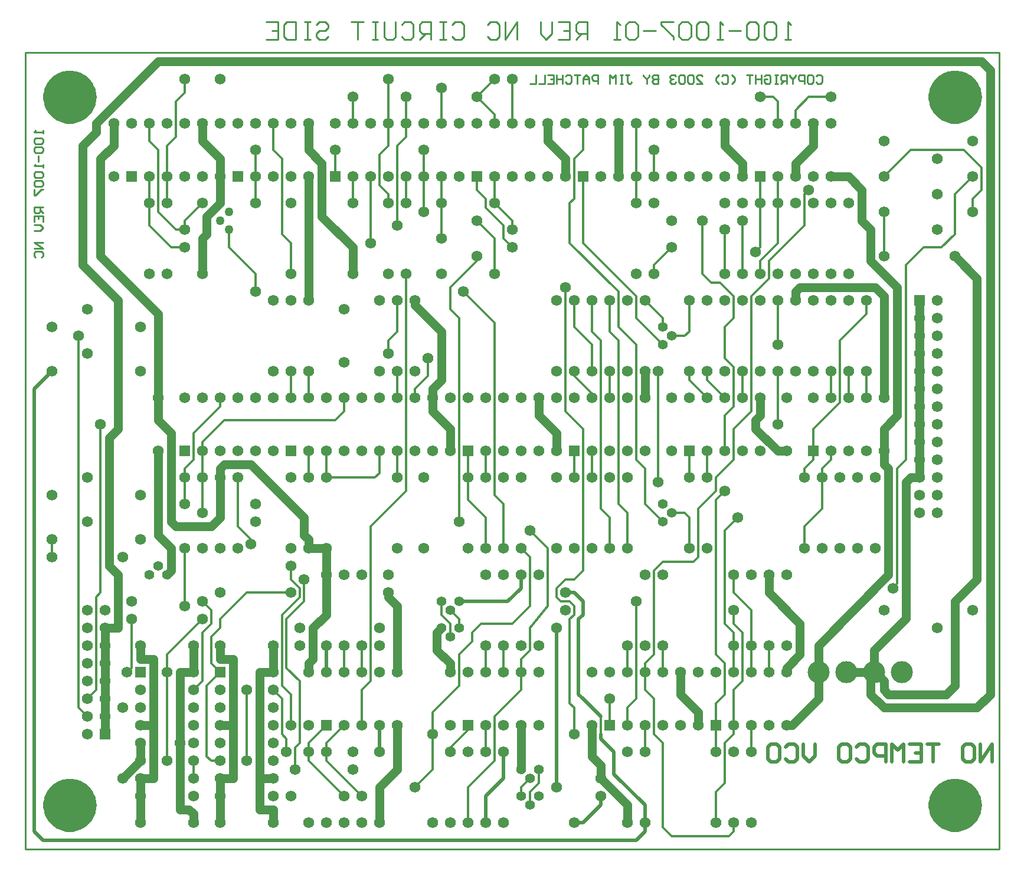
<source format=gbl>
*%FSLAX23Y23*%
*%MOIN*%
G01*
%ADD11C,0.006*%
%ADD12C,0.007*%
%ADD13C,0.008*%
%ADD14C,0.010*%
%ADD15C,0.012*%
%ADD16C,0.020*%
%ADD17C,0.032*%
%ADD18C,0.036*%
%ADD19C,0.050*%
%ADD20C,0.050*%
%ADD21C,0.052*%
%ADD22C,0.054*%
%ADD23C,0.055*%
%ADD24C,0.056*%
%ADD25C,0.059*%
%ADD26C,0.062*%
%ADD27C,0.066*%
%ADD28C,0.070*%
%ADD29C,0.090*%
%ADD30C,0.125*%
%ADD31C,0.129*%
%ADD32C,0.140*%
%ADD33C,0.160*%
%ADD34C,0.250*%
%ADD35R,0.062X0.062*%
%ADD36R,0.066X0.066*%
D14*
X10999Y9906D02*
X11007Y9914D01*
X11024D01*
X11032Y9906D01*
Y9872D01*
X11024Y9864D01*
X11007D01*
X10999Y9872D01*
X10974Y9914D02*
X10957D01*
X10974D02*
X10982Y9906D01*
Y9872D01*
X10974Y9864D01*
X10957D01*
X10949Y9872D01*
Y9906D01*
X10957Y9914D01*
X10932D02*
Y9864D01*
Y9914D02*
X10907D01*
X10899Y9906D01*
Y9889D01*
X10907Y9881D01*
X10932D01*
X10882Y9906D02*
Y9914D01*
Y9906D02*
X10865Y9889D01*
X10849Y9906D01*
Y9914D01*
X10865Y9889D02*
Y9864D01*
X10832D02*
Y9914D01*
X10807D01*
X10799Y9906D01*
Y9889D01*
X10807Y9881D01*
X10832D01*
X10815D02*
X10799Y9864D01*
X10782Y9914D02*
X10765D01*
X10774D01*
Y9864D01*
X10782D01*
X10765D01*
X10715Y9914D02*
X10707Y9906D01*
X10715Y9914D02*
X10732D01*
X10740Y9906D01*
Y9872D01*
X10732Y9864D01*
X10715D01*
X10707Y9872D01*
Y9889D01*
X10724D01*
X10690Y9914D02*
Y9864D01*
Y9889D01*
X10657D01*
Y9914D01*
Y9864D01*
X10640Y9914D02*
X10607D01*
X10624D01*
Y9864D01*
X10540Y9881D02*
X10524Y9864D01*
X10540Y9881D02*
Y9897D01*
X10524Y9914D01*
X10474D02*
X10466Y9906D01*
X10474Y9914D02*
X10491D01*
X10499Y9906D01*
Y9872D01*
X10491Y9864D01*
X10474D01*
X10466Y9872D01*
X10449Y9864D02*
X10432Y9881D01*
Y9897D01*
X10449Y9914D01*
X10357Y9864D02*
X10324D01*
X10357D02*
X10324Y9897D01*
Y9906D01*
X10332Y9914D01*
X10349D01*
X10357Y9906D01*
X10307D02*
X10299Y9914D01*
X10282D01*
X10274Y9906D01*
Y9872D01*
X10282Y9864D01*
X10299D01*
X10307Y9872D01*
Y9906D01*
X10257D02*
X10249Y9914D01*
X10232D01*
X10224Y9906D01*
Y9872D01*
X10232Y9864D01*
X10249D01*
X10257Y9872D01*
Y9906D01*
X10207D02*
X10199Y9914D01*
X10182D01*
X10174Y9906D01*
Y9897D01*
X10175D01*
X10174D02*
X10175D01*
X10174D02*
X10175D01*
X10174D02*
X10182Y9889D01*
X10191D01*
X10182D01*
X10174Y9881D01*
Y9872D01*
X10182Y9864D01*
X10199D01*
X10207Y9872D01*
X10107Y9864D02*
Y9914D01*
Y9864D02*
X10082D01*
X10074Y9872D01*
Y9881D01*
X10082Y9889D01*
X10107D01*
X10108D01*
X10107D02*
X10108D01*
X10107D02*
X10108D01*
X10107D02*
X10082D01*
X10074Y9897D01*
Y9906D01*
X10082Y9914D01*
X10107D01*
X10057D02*
Y9906D01*
X10041Y9889D01*
X10024Y9906D01*
Y9914D01*
X10041Y9889D02*
Y9864D01*
X9941Y9914D02*
X9924D01*
X9932D02*
X9941D01*
X9932D02*
Y9872D01*
X9941Y9864D01*
X9949D01*
X9957Y9872D01*
X9907Y9914D02*
X9891D01*
X9899D01*
Y9864D01*
X9907D01*
X9891D01*
X9866D02*
Y9914D01*
X9849Y9897D01*
X9832Y9914D01*
Y9864D01*
X9766D02*
Y9914D01*
X9741D01*
X9732Y9906D01*
Y9889D01*
X9741Y9881D01*
X9766D01*
X9716Y9864D02*
Y9897D01*
X9699Y9914D01*
X9682Y9897D01*
Y9864D01*
Y9889D01*
X9716D01*
X9666Y9914D02*
X9632D01*
X9649D01*
Y9864D01*
X9591Y9914D02*
X9582Y9906D01*
X9591Y9914D02*
X9607D01*
X9616Y9906D01*
Y9872D01*
X9607Y9864D01*
X9591D01*
X9582Y9872D01*
X9566Y9864D02*
Y9914D01*
Y9889D02*
Y9864D01*
Y9889D02*
X9532D01*
Y9914D01*
Y9864D01*
X9516Y9914D02*
X9483D01*
X9516D02*
Y9864D01*
X9483D01*
X9499Y9889D02*
X9516D01*
X9466Y9914D02*
Y9864D01*
X9433D01*
X9416D02*
Y9914D01*
Y9864D02*
X9383D01*
X6632Y9599D02*
Y9582D01*
Y9591D01*
X6582D01*
X6583D01*
X6582D02*
X6590Y9599D01*
Y9557D02*
X6582Y9549D01*
Y9532D01*
X6590Y9524D01*
X6624D01*
X6632Y9532D01*
Y9549D01*
X6624Y9557D01*
X6590D01*
Y9507D02*
X6582Y9499D01*
Y9482D01*
X6590Y9474D01*
X6624D01*
X6632Y9482D01*
Y9499D01*
X6624Y9507D01*
X6590D01*
X6607Y9457D02*
Y9424D01*
X6632Y9407D02*
Y9391D01*
Y9399D01*
X6582D01*
X6583D01*
X6582D02*
X6590Y9407D01*
Y9366D02*
X6582Y9357D01*
Y9341D01*
X6590Y9332D01*
X6624D01*
X6632Y9341D01*
Y9357D01*
X6624Y9366D01*
X6590D01*
Y9316D02*
X6582Y9307D01*
Y9291D01*
X6590Y9282D01*
X6624D01*
X6632Y9291D01*
Y9307D01*
X6624Y9316D01*
X6590D01*
X6582Y9266D02*
Y9232D01*
X6590D01*
X6624Y9266D01*
X6632D01*
Y9166D02*
X6582D01*
Y9141D01*
X6590Y9132D01*
X6607D01*
X6615Y9141D01*
Y9166D01*
Y9149D02*
X6632Y9132D01*
X6582Y9116D02*
Y9083D01*
Y9116D02*
X6632D01*
Y9083D01*
X6607Y9099D02*
Y9116D01*
X6615Y9066D02*
X6582D01*
X6615D02*
X6632Y9049D01*
X6615Y9033D01*
X6582D01*
Y8966D02*
X6632D01*
Y8933D02*
X6582Y8966D01*
Y8933D02*
X6632D01*
X6582Y8891D02*
X6590Y8883D01*
X6582Y8891D02*
Y8908D01*
X6590Y8916D01*
X6624D01*
X6632Y8908D01*
Y8891D01*
X6624Y8883D01*
X10824Y10114D02*
X10857D01*
X10840D02*
X10824D01*
X10840D02*
Y10214D01*
X10841D01*
X10840D02*
X10857Y10197D01*
X10774D02*
X10757Y10214D01*
X10724D01*
X10707Y10197D01*
Y10131D01*
X10724Y10114D01*
X10757D01*
X10774Y10131D01*
Y10197D01*
X10674D02*
X10657Y10214D01*
X10624D01*
X10607Y10197D01*
Y10131D01*
X10624Y10114D01*
X10657D01*
X10674Y10131D01*
Y10197D01*
X10574Y10164D02*
X10507D01*
X10474Y10114D02*
X10440D01*
X10457D01*
Y10214D01*
X10458D01*
X10457D02*
X10474Y10197D01*
X10390D02*
X10374Y10214D01*
X10340D01*
X10324Y10197D01*
Y10131D01*
X10340Y10114D01*
X10374D01*
X10390Y10131D01*
Y10197D01*
X10291D02*
X10274Y10214D01*
X10241D01*
X10224Y10197D01*
Y10131D01*
X10241Y10114D01*
X10274D01*
X10291Y10131D01*
Y10197D01*
X10191Y10214D02*
X10124D01*
Y10197D01*
X10191Y10131D01*
Y10114D01*
X10091Y10164D02*
X10024D01*
X9991Y10197D02*
X9974Y10214D01*
X9941D01*
X9924Y10197D01*
Y10131D01*
X9941Y10114D01*
X9974D01*
X9991Y10131D01*
Y10197D01*
X9891Y10114D02*
X9857D01*
X9874D01*
Y10214D01*
X9875D01*
X9874D02*
X9891Y10197D01*
X9707Y10214D02*
Y10114D01*
Y10214D02*
X9657D01*
X9641Y10197D01*
Y10164D01*
X9657Y10147D01*
X9707D01*
X9674D02*
X9641Y10114D01*
X9607Y10214D02*
X9541D01*
X9607D02*
Y10114D01*
X9541D01*
X9574Y10164D02*
X9607D01*
X9507Y10147D02*
Y10214D01*
Y10147D02*
X9474Y10114D01*
X9441Y10147D01*
Y10214D01*
X9308D02*
Y10114D01*
X9241D02*
X9308Y10214D01*
X9241D02*
Y10114D01*
X9141Y10197D02*
X9158Y10214D01*
X9191D01*
X9208Y10197D01*
Y10131D01*
X9191Y10114D01*
X9158D01*
X9141Y10131D01*
X8958Y10214D02*
X8941Y10197D01*
X8958Y10214D02*
X8991D01*
X9008Y10197D01*
Y10131D01*
X8991Y10114D01*
X8958D01*
X8941Y10131D01*
X8908Y10214D02*
X8874D01*
X8891D01*
Y10114D01*
X8908D01*
X8874D01*
X8824D02*
Y10214D01*
X8774D01*
X8758Y10197D01*
Y10164D01*
X8774Y10147D01*
X8824D01*
X8791D02*
X8758Y10114D01*
X8658Y10197D02*
X8674Y10214D01*
X8708D01*
X8724Y10197D01*
Y10131D01*
X8708Y10114D01*
X8674D01*
X8658Y10131D01*
X8624D02*
Y10214D01*
Y10131D02*
X8608Y10114D01*
X8574D01*
X8558Y10131D01*
Y10214D01*
X8524D02*
X8491D01*
X8508D01*
Y10114D01*
X8524D01*
X8491D01*
X8441Y10214D02*
X8374D01*
X8408D01*
Y10114D01*
X8191Y10214D02*
X8175Y10197D01*
X8191Y10214D02*
X8225D01*
X8241Y10197D01*
Y10181D01*
X8225Y10164D01*
X8191D01*
X8175Y10147D01*
Y10131D01*
X8191Y10114D01*
X8225D01*
X8241Y10131D01*
X8141Y10214D02*
X8108D01*
X8125D01*
Y10114D01*
X8141D01*
X8108D01*
X8058D02*
Y10214D01*
Y10114D02*
X8008D01*
X7991Y10131D01*
Y10197D01*
X8008Y10214D01*
X8058D01*
X7958D02*
X7891D01*
X7958D02*
Y10114D01*
X7891D01*
X7925Y10164D02*
X7958D01*
X6532Y10039D02*
X12032D01*
Y5539D02*
X6532D01*
Y10039D01*
X12032D02*
Y5539D01*
D15*
X9482Y6914D02*
X9382Y6789D01*
X8332Y5839D02*
X8132Y6039D01*
X8232D02*
X8432Y5839D01*
X9182Y8514D02*
X9007Y8689D01*
X7832Y8789D02*
X7682Y8939D01*
X7357D02*
X7232Y9064D01*
X9682Y8964D02*
X9982Y8664D01*
Y8539D02*
X10132Y8389D01*
X9882Y8689D02*
X9607Y8964D01*
X9082Y8864D02*
X8932Y8714D01*
X7532Y6839D02*
X7332Y6639D01*
X7532Y7839D02*
X7657Y7964D01*
X7632Y8039D02*
X7482Y7889D01*
X7782Y6989D02*
X7632Y6839D01*
X10732Y8864D02*
X10932Y9064D01*
X8982Y6464D02*
X8832Y6314D01*
X9182Y6289D02*
X9332Y6439D01*
X9182Y6039D02*
X9032Y5889D01*
X8482Y7364D02*
X8682Y7564D01*
X11382Y9339D02*
X11532Y9489D01*
X11282Y8564D02*
X11132Y8414D01*
Y8064D02*
X10982Y7914D01*
X10507Y5614D02*
X10182D01*
X6682Y7189D02*
Y7289D01*
X6832Y6339D02*
Y8439D01*
Y6339D02*
X6882Y6289D01*
Y6389D02*
X6932Y6439D01*
X7582Y6039D02*
X7632D01*
X6932Y6439D02*
Y6964D01*
X6957Y6989D02*
Y7939D01*
Y6989D02*
X6932Y6964D01*
X7232Y9064D02*
Y9189D01*
X7282Y9139D02*
Y9489D01*
X7232Y9539D02*
Y9639D01*
Y9339D02*
Y9189D01*
X7132Y6839D02*
Y6564D01*
X7382Y9039D02*
X7282Y9139D01*
Y9489D02*
X7232Y9539D01*
X7132Y6564D02*
X7107Y6539D01*
X7332D02*
Y6039D01*
X7432Y9039D02*
Y9089D01*
Y7689D02*
Y7639D01*
X7482Y7739D02*
Y7889D01*
X7432Y7239D02*
Y6914D01*
Y7489D02*
Y7639D01*
Y9814D02*
Y9889D01*
X7482Y6039D02*
Y5939D01*
X7332Y6539D02*
Y6639D01*
Y9189D02*
Y9339D01*
Y9514D01*
X7382Y9564D02*
Y9764D01*
X7532Y9189D02*
X7432Y9089D01*
X7482Y7739D02*
X7432Y7689D01*
X7532Y6489D02*
X7482Y6439D01*
X7332Y9514D02*
X7382Y9564D01*
Y9764D02*
X7432Y9814D01*
X7682Y9039D02*
Y8939D01*
X7632Y8089D02*
Y8039D01*
Y6839D02*
Y6789D01*
X7532Y7789D02*
Y7839D01*
X7582Y6739D02*
Y6589D01*
X7532Y7439D02*
Y7639D01*
X7557Y6464D02*
Y6064D01*
X7532Y6489D02*
Y6764D01*
X7582Y6814D02*
Y6889D01*
X7532Y7639D02*
Y7789D01*
X7582Y6589D02*
X7632Y6539D01*
X7557Y6064D02*
X7582Y6039D01*
Y6889D02*
X7532Y6939D01*
X7632Y6789D02*
X7582Y6739D01*
X7632Y6539D02*
X7557Y6464D01*
X7532Y6764D02*
X7582Y6814D01*
X9107D02*
X9282D01*
X7832Y9339D02*
Y9489D01*
Y9339D02*
Y9189D01*
Y8789D02*
Y8689D01*
X7782Y6439D02*
Y6039D01*
X7807Y7264D02*
Y7289D01*
X7732Y7364D02*
Y7639D01*
Y7364D02*
X7807Y7289D01*
X7782Y6989D02*
X8032D01*
X9582Y7064D02*
X9632D01*
X9607Y6939D02*
X9557D01*
X8032Y6414D02*
Y6239D01*
Y7064D02*
Y7139D01*
X8057Y6114D02*
Y5989D01*
X8032Y8089D02*
Y8239D01*
Y8789D02*
Y8964D01*
X7982Y6864D02*
Y6464D01*
Y6389D02*
Y6189D01*
X8007Y6164D02*
Y6089D01*
Y6564D02*
Y6839D01*
X7932Y9489D02*
Y9639D01*
X7982Y9439D02*
Y9014D01*
X8032Y7064D02*
X8082Y7014D01*
X7982Y6464D02*
X8032Y6414D01*
X8082Y6489D02*
X8007Y6564D01*
X7932Y6439D02*
X7982Y6389D01*
Y6189D02*
X8007Y6164D01*
X7982Y9439D02*
X7932Y9489D01*
X7982Y9014D02*
X8032Y8964D01*
X8082Y6139D02*
X8057Y6114D01*
X7982Y6864D02*
X8082Y6964D01*
X8107Y6939D02*
X8007Y6839D01*
X10132Y7164D02*
X10307D01*
X8232Y6089D02*
Y6039D01*
Y6089D02*
Y6139D01*
Y7639D02*
Y7789D01*
X8132Y6089D02*
Y6039D01*
X8082Y6964D02*
Y7014D01*
X8107Y7064D02*
Y6939D01*
X8132Y6139D02*
Y6089D01*
X8082Y6139D02*
Y6489D01*
X8132Y7639D02*
Y7789D01*
Y8089D02*
Y8239D01*
X8332Y6239D02*
X8232Y6139D01*
X8132D02*
X8232Y6239D01*
X10182Y7439D02*
X10257D01*
X8432Y6689D02*
Y6539D01*
Y6439D02*
Y6239D01*
X8382Y9639D02*
Y9789D01*
X8332Y8089D02*
Y8014D01*
Y6689D02*
Y6539D01*
X8382Y9189D02*
Y9339D01*
X8282D02*
Y9489D01*
X8482Y6489D02*
X8432Y6439D01*
X8282Y7964D02*
X8332Y8014D01*
X8232Y7639D02*
X8507D01*
X8632D02*
Y7789D01*
Y8089D02*
Y8239D01*
Y8464D02*
Y8639D01*
Y9064D02*
Y9514D01*
X8532Y7789D02*
Y7664D01*
X8582Y8339D02*
Y8414D01*
X8482Y7364D02*
Y6489D01*
X8532Y9289D02*
Y9464D01*
X8582Y9239D02*
Y9189D01*
X8482Y9339D02*
Y8964D01*
X8582Y9514D02*
Y9639D01*
Y9889D01*
X8532Y9289D02*
X8582Y9239D01*
X8632Y9514D02*
X8682Y9564D01*
X8532Y7664D02*
X8507Y7639D01*
X8582Y8414D02*
X8632Y8464D01*
X8532Y9464D02*
X8582Y9514D01*
X8832Y6314D02*
Y6189D01*
Y5989D01*
X8807Y8214D02*
Y8314D01*
X8682Y9639D02*
Y9789D01*
X8782Y9489D02*
Y9339D01*
X8732Y8139D02*
Y8089D01*
X8682Y7564D02*
Y8789D01*
X8782Y9139D02*
Y9339D01*
X8682D02*
Y9189D01*
Y9564D02*
Y9639D01*
X8832Y5989D02*
X8732Y5889D01*
Y8139D02*
X8807Y8214D01*
X8282Y7964D02*
X7657D01*
X8882Y8989D02*
Y9189D01*
X9032Y5889D02*
Y5689D01*
Y6214D02*
Y6239D01*
Y7639D02*
Y7789D01*
Y7639D02*
Y7514D01*
X8932Y8589D02*
Y8714D01*
X8982Y8539D02*
Y7389D01*
Y6639D02*
Y6464D01*
X8932Y6114D02*
Y6089D01*
X8882Y6864D02*
Y6939D01*
X8932Y6814D02*
Y6739D01*
X8982Y6789D02*
Y6839D01*
X8882Y9639D02*
Y9839D01*
Y9339D02*
Y9189D01*
X9032Y7514D02*
X9132Y7414D01*
X8982Y8539D02*
X8932Y8589D01*
X8882Y6864D02*
X8932Y6814D01*
X8982Y6839D02*
X8932Y6889D01*
X9032Y6214D02*
X8932Y6114D01*
X8982Y6639D02*
X9057Y6714D01*
X9232Y7239D02*
Y7489D01*
Y6689D02*
Y6539D01*
Y8989D02*
Y9064D01*
X9182Y9639D02*
Y9689D01*
X9057Y6764D02*
Y6714D01*
X9082Y8864D02*
Y8889D01*
X9182Y8514D02*
Y7539D01*
X9132Y6689D02*
Y6539D01*
X9182Y6289D02*
Y6039D01*
X9132Y6089D02*
Y6239D01*
X9182Y8789D02*
Y8989D01*
Y9189D02*
Y9339D01*
X9132Y7789D02*
Y7639D01*
Y7414D02*
Y7239D01*
Y9164D02*
Y9214D01*
X9082Y9264D02*
Y9339D01*
X9232Y8989D02*
X9282Y8939D01*
X9182Y9689D02*
X9082Y9789D01*
X9182Y7539D02*
X9232Y7489D01*
X9182Y8989D02*
X9082Y9089D01*
X9182Y9189D02*
X9282Y9089D01*
X9132Y9214D02*
X9082Y9264D01*
X9132Y9164D02*
X9232Y9064D01*
X9082Y9789D02*
X9182Y9889D01*
X9107Y6814D02*
X9057Y6764D01*
X10182Y8439D02*
X10257D01*
X9432Y5939D02*
Y5914D01*
Y5939D02*
Y5989D01*
X9382Y6914D02*
Y7189D01*
Y6789D02*
Y6689D01*
X9332Y6614D02*
Y6539D01*
X9382Y6664D02*
Y6689D01*
X9332Y6539D02*
Y6439D01*
X9382Y5864D02*
Y5789D01*
X9332Y5839D02*
Y5889D01*
X9282Y9039D02*
Y9089D01*
Y9639D02*
Y9889D01*
X9382Y7339D02*
X9482Y7239D01*
X9382Y7189D02*
X9332Y7239D01*
X9382Y6914D02*
X9282Y6814D01*
X9382Y6664D02*
X9332Y6614D01*
X9432Y5914D02*
X9382Y5864D01*
X9332Y5889D02*
X9382Y5939D01*
X9632Y6189D02*
Y6339D01*
X9607Y6364D02*
Y6839D01*
X9632Y6864D02*
Y6914D01*
Y8489D02*
Y8639D01*
Y8239D02*
Y8214D01*
Y7789D02*
Y7639D01*
X9607Y8964D02*
Y9189D01*
X9632Y9214D02*
Y9439D01*
X9582Y8714D02*
Y8014D01*
X9482Y7239D02*
Y6914D01*
X9532Y6964D02*
Y7014D01*
X9607Y6364D02*
X9632Y6339D01*
Y6914D02*
X9607Y6939D01*
X9682Y7914D02*
X9582Y8014D01*
X9732Y8389D02*
X9632Y8489D01*
Y8214D02*
X9732Y8114D01*
X9532Y6964D02*
X9557Y6939D01*
X9632Y6864D02*
X9607Y6839D01*
X9632Y7064D02*
X9682Y7114D01*
X9607Y9189D02*
X9632Y9214D01*
Y9439D02*
X9682Y9489D01*
X9582Y7064D02*
X9532Y7014D01*
X10407Y8739D02*
X10457D01*
X9832Y6389D02*
Y6239D01*
X9782Y6189D02*
Y6289D01*
Y7464D02*
Y8414D01*
X9832Y7414D02*
Y7239D01*
Y8464D02*
Y8639D01*
Y8239D02*
Y8089D01*
X9682Y7914D02*
Y7114D01*
X9732Y8239D02*
Y8389D01*
Y8464D02*
Y8639D01*
Y8114D02*
Y8089D01*
Y7789D02*
Y7639D01*
X9682Y8964D02*
Y9339D01*
Y9489D02*
Y9639D01*
X9782Y7464D02*
X9832Y7414D01*
X9882Y8414D02*
X9832Y8464D01*
X9782Y8414D02*
X9732Y8464D01*
X7432Y9039D02*
X7382D01*
X11607Y8939D02*
X11707D01*
X7432D02*
X7357D01*
X10032Y6539D02*
Y6439D01*
Y6539D02*
Y6589D01*
Y6239D02*
Y6089D01*
Y7489D02*
Y7689D01*
X9982Y6939D02*
Y6389D01*
Y9339D02*
Y9639D01*
Y9339D02*
Y9189D01*
Y8664D02*
Y8539D01*
Y8389D02*
Y7739D01*
X9932Y6689D02*
Y6539D01*
Y6339D02*
Y6239D01*
X9882Y7489D02*
Y8414D01*
X9932Y7439D02*
Y7239D01*
X9882Y8489D02*
Y8689D01*
X10032Y6439D02*
X10082Y6389D01*
X10132Y7389D02*
X10032Y7489D01*
X10132Y8539D02*
X10032Y8639D01*
X9982Y7739D02*
X10032Y7689D01*
X9882Y7489D02*
X9932Y7439D01*
X9982Y8389D02*
X9882Y8489D01*
X10082Y6639D02*
X10032Y6589D01*
X9982Y6389D02*
X9932Y6339D01*
X10107Y7614D02*
Y8239D01*
X10082Y9339D02*
Y9489D01*
Y6389D02*
Y6189D01*
X10132Y6139D02*
Y5664D01*
X10082Y8789D02*
Y8839D01*
X10132Y6689D02*
Y6539D01*
X10082Y6639D02*
Y7114D01*
X10132Y8489D02*
Y8539D01*
X10082Y6189D02*
X10132Y6139D01*
Y5664D02*
X10182Y5614D01*
X10082Y8839D02*
X10182Y8939D01*
X10132Y7164D02*
X10082Y7114D01*
X10382Y7639D02*
Y7789D01*
Y8189D02*
Y8239D01*
X10357Y8789D02*
Y9089D01*
X10332Y7464D02*
Y7189D01*
X10282Y7239D02*
Y7414D01*
Y7639D02*
Y7789D01*
Y8464D02*
Y8639D01*
Y8239D02*
Y8189D01*
X10382D02*
X10482Y8089D01*
X10407Y8739D02*
X10357Y8789D01*
X10257Y7439D02*
X10282Y7414D01*
X10382Y8089D02*
X10282Y8189D01*
X10432Y7564D02*
X10332Y7464D01*
Y7189D02*
X10307Y7164D01*
X10257Y8439D02*
X10282Y8464D01*
X11532Y9489D02*
X11832D01*
X10582Y9089D02*
Y8789D01*
Y6764D02*
Y6489D01*
Y8089D02*
Y8239D01*
X10482Y7339D02*
Y6814D01*
X10532Y5689D02*
Y5639D01*
Y8039D02*
Y8264D01*
X10432Y7639D02*
Y7589D01*
X10532Y7739D02*
Y7914D01*
X10482Y7989D02*
Y7789D01*
Y8314D02*
Y8489D01*
X10532Y8539D02*
Y8664D01*
X10432Y7589D02*
Y7564D01*
Y7514D02*
Y6639D01*
X10482Y6589D02*
Y6414D01*
X10532Y6689D02*
Y6764D01*
X10432Y6364D02*
Y6239D01*
X10482Y8789D02*
Y9039D01*
X10532Y6439D02*
Y6239D01*
Y6814D02*
Y6889D01*
Y6989D02*
Y7089D01*
Y6689D02*
Y6539D01*
X10432Y6239D02*
Y6089D01*
Y5864D02*
Y5689D01*
X10482Y5914D02*
Y6139D01*
X10532Y6189D02*
Y6239D01*
Y8264D02*
X10482Y8314D01*
X10532Y8664D02*
X10507Y8689D01*
X10457Y8739D01*
X10482Y6814D02*
X10532Y6764D01*
X10432Y6639D02*
X10482Y6589D01*
X10582Y6764D02*
X10532Y6814D01*
X10632Y6889D02*
X10532Y6989D01*
X10482Y7339D02*
X10557Y7414D01*
X10532Y5639D02*
X10507Y5614D01*
X10482Y7989D02*
X10532Y8039D01*
Y7739D02*
X10432Y7639D01*
X10532Y7914D02*
X10632Y8014D01*
X10482Y8489D02*
X10532Y8539D01*
X10482Y7564D02*
X10432Y7514D01*
X10482Y6414D02*
X10432Y6364D01*
X10532Y6439D02*
X10582Y6489D01*
X10482Y5914D02*
X10432Y5864D01*
X10482Y6139D02*
X10532Y6189D01*
X10957Y9789D02*
X11082D01*
X10757D02*
X10682D01*
X10782Y8639D02*
Y8389D01*
Y9189D02*
Y9339D01*
Y9189D02*
Y8964D01*
Y9639D02*
Y9764D01*
Y8239D02*
Y7939D01*
X10632Y8014D02*
Y8664D01*
X10732Y8764D02*
Y8864D01*
X10682Y8939D02*
Y9189D01*
X10632Y6889D02*
Y6689D01*
X10732D02*
Y6539D01*
X10632D02*
Y6689D01*
Y6239D02*
Y6089D01*
X10682Y9189D02*
Y9339D01*
Y8864D02*
Y8789D01*
X10782Y9764D02*
X10757Y9789D01*
X10732Y8764D02*
X10632Y8664D01*
X10657Y8914D02*
X10682Y8939D01*
Y8864D02*
X10782Y8964D01*
X10982Y7914D02*
Y7789D01*
Y7739D01*
X10932Y9064D02*
Y9239D01*
Y7364D02*
Y7239D01*
X10882Y9639D02*
Y9714D01*
X10932Y7664D02*
Y7639D01*
Y7664D02*
Y7689D01*
Y9239D02*
X10957Y9264D01*
X11032Y7464D02*
X10932Y7364D01*
X10882Y9714D02*
X10957Y9789D01*
X10982Y7739D02*
X10932Y7689D01*
X11182Y8089D02*
Y8239D01*
X11082D02*
Y8089D01*
X11132Y8064D02*
Y8414D01*
X11032Y7639D02*
Y7614D01*
Y7464D01*
X11082Y7739D02*
Y7789D01*
X11032Y7689D02*
Y7639D01*
Y7689D02*
X11082Y7739D01*
X11382Y8889D02*
Y9139D01*
X11282Y8239D02*
Y8089D01*
Y8564D02*
Y8639D01*
X11457Y7689D02*
Y7039D01*
X11507Y7739D02*
Y8839D01*
X11457Y7039D02*
X11432Y7014D01*
X11457Y7689D02*
X11507Y7739D01*
Y8839D02*
X11607Y8939D01*
X11782Y9014D02*
Y9239D01*
X11882Y9339D01*
X11782Y9014D02*
X11707Y8939D01*
X11932Y9264D02*
Y9389D01*
X11882Y9214D02*
Y9139D01*
X11932Y9389D02*
X11832Y9489D01*
X11932Y9264D02*
X11882Y9214D01*
D16*
X9857Y5964D02*
X10032Y5789D01*
X9682Y5689D02*
X9632D01*
X9982Y5589D02*
X6632D01*
X6582Y5639D02*
Y8139D01*
Y5639D02*
X6632Y5589D01*
X6582Y8139D02*
X6682Y8239D01*
X9582Y6989D02*
X9632D01*
X9257Y6939D02*
X8982D01*
X8232Y6689D02*
Y6539D01*
X8532Y6239D02*
Y6089D01*
X9232D02*
Y5939D01*
X9132Y5839D02*
Y5689D01*
Y5839D02*
X9232Y5939D01*
X9332Y7014D02*
Y7089D01*
Y7014D02*
X9257Y6939D01*
X9532Y6789D02*
Y5889D01*
X9682Y6939D02*
X9632Y6989D01*
X9782Y6189D02*
Y6164D01*
Y5839D02*
Y5789D01*
X9657Y6414D02*
Y6839D01*
X9682Y6864D02*
Y6939D01*
X9782Y6164D02*
X9857Y6089D01*
X9682Y6389D02*
X9657Y6414D01*
X9682Y6389D02*
X9782Y6289D01*
X9657Y6839D02*
X9682Y6864D01*
X9782Y5789D02*
X9682Y5689D01*
X10032D02*
Y5639D01*
Y5689D02*
Y5789D01*
X9857Y5964D02*
Y6089D01*
X10032Y5639D02*
X9982Y5589D01*
X11992Y6034D02*
Y6134D01*
X11925Y6034D01*
Y6134D01*
X11875D02*
X11842D01*
X11875D02*
X11892Y6117D01*
Y6051D01*
X11875Y6034D01*
X11842D01*
X11825Y6051D01*
Y6117D01*
X11842Y6134D01*
X11692D02*
X11625D01*
X11659D01*
Y6034D01*
X11592Y6134D02*
X11525D01*
X11592D02*
Y6034D01*
X11525D01*
X11559Y6084D02*
X11592D01*
X11492Y6034D02*
Y6134D01*
X11459Y6101D01*
X11426Y6134D01*
Y6034D01*
X11392D02*
Y6134D01*
X11342D01*
X11326Y6117D01*
Y6084D01*
X11342Y6067D01*
X11392D01*
X11242Y6134D02*
X11226Y6117D01*
X11242Y6134D02*
X11276D01*
X11292Y6117D01*
Y6051D01*
X11276Y6034D01*
X11242D01*
X11226Y6051D01*
X11176Y6134D02*
X11142D01*
X11176D02*
X11192Y6117D01*
Y6051D01*
X11176Y6034D01*
X11142D01*
X11126Y6051D01*
Y6117D01*
X11142Y6134D01*
X10992D02*
Y6067D01*
X10959Y6034D01*
X10926Y6067D01*
Y6134D01*
X10842D02*
X10826Y6117D01*
X10842Y6134D02*
X10876D01*
X10892Y6117D01*
Y6051D01*
X10876Y6034D01*
X10842D01*
X10826Y6051D01*
X10776Y6134D02*
X10742D01*
X10776D02*
X10792Y6117D01*
Y6051D01*
X10776Y6034D01*
X10742D01*
X10726Y6051D01*
Y6117D01*
X10742Y6134D01*
D20*
X11014Y6689D02*
X11407Y7089D01*
X8632Y6914D02*
X8582Y6964D01*
X8882Y8464D02*
X8732Y8614D01*
X11332Y6539D02*
X11382Y6489D01*
Y6439D02*
X11407Y6414D01*
X11907Y8764D02*
X11782Y8889D01*
X10582Y9414D02*
X10482Y9514D01*
X9582Y9439D02*
X9482Y9539D01*
X10657Y7914D02*
X10782Y7789D01*
X9532Y7889D02*
X9432Y7989D01*
X8932Y7914D02*
X8832Y8014D01*
X7357Y7889D02*
X7282Y7964D01*
X7357Y7389D02*
X7382Y7364D01*
X8107Y7314D02*
X8132Y7289D01*
X8107Y7414D02*
X7807Y7714D01*
X11382D02*
X11407Y7689D01*
X10232Y6414D02*
X10332Y6314D01*
X10907Y6814D02*
X10732Y6989D01*
X11257Y9264D02*
X11182Y9339D01*
X11257Y9089D02*
X11307Y9039D01*
X7632Y9439D02*
X7532Y9539D01*
X6957Y8889D02*
X7282Y8564D01*
X9732Y6064D02*
X9782Y6014D01*
Y5939D02*
X9932Y5789D01*
X8932Y6589D02*
X8857Y6664D01*
X7357Y7239D02*
X7332Y7264D01*
X7282Y7314D01*
X7457Y5764D02*
X7482Y5739D01*
X7057Y7089D02*
X7007Y7139D01*
X7057Y8639D02*
X6857Y8839D01*
X11307Y6414D02*
X11382Y6339D01*
X11982Y9939D02*
X11932Y9989D01*
X11307Y8864D02*
X11457Y8714D01*
X11382Y8664D02*
X11332Y8714D01*
X8382Y8939D02*
X8207Y9114D01*
Y9414D02*
X8132Y9489D01*
X7182Y6039D02*
X7082Y5939D01*
X7532Y8989D02*
X7557Y9014D01*
Y9114D02*
X7582Y9139D01*
X7632Y9189D01*
X8832Y8139D02*
X8882Y8189D01*
X11732Y6414D02*
X11782Y6464D01*
Y6939D02*
X11907Y7064D01*
X10682Y7989D02*
X10657Y7964D01*
X7632Y7414D02*
X7582Y7364D01*
X7632Y7689D02*
X7657Y7714D01*
X10832Y6564D02*
X10907Y6639D01*
X10882Y9414D02*
X10982Y9514D01*
X11532Y7639D02*
X11507Y7614D01*
Y6845D02*
X11326Y6664D01*
X11382Y7914D02*
X11457Y7989D01*
X7032Y9514D02*
X6957Y9439D01*
X8882Y6789D02*
X8857Y6764D01*
X7357Y7114D02*
X7332Y7089D01*
X8157Y6789D02*
X8232Y6864D01*
X8157Y6614D02*
X8132Y6589D01*
X10864Y6239D02*
X11014Y6389D01*
X8632Y5989D02*
X8532Y5889D01*
X7007Y7864D02*
X7057Y7914D01*
X6857Y9514D02*
X6932Y9589D01*
Y9639D02*
X7282Y9989D01*
X11907Y6339D02*
X11982Y6414D01*
X10882Y8689D02*
X10907Y8714D01*
X7932Y5764D02*
X7857D01*
X7457D02*
X7432D01*
X7407D01*
X6857Y8839D02*
Y9514D01*
X7857Y5939D02*
X7932D01*
X7257D02*
X7182D01*
X7632D02*
X7707D01*
X7057Y6789D02*
Y7089D01*
Y7914D02*
Y8639D01*
X7032Y9514D02*
Y9639D01*
X6957Y9439D02*
Y8889D01*
X6982Y6289D02*
Y6189D01*
Y6289D02*
Y6389D01*
Y6489D01*
Y6589D01*
Y6689D01*
Y6789D01*
X7007Y7139D02*
Y7864D01*
X6932Y9589D02*
Y9639D01*
X7182Y6239D02*
X7257D01*
X7632D02*
X7707D01*
X10832D02*
X10864D01*
X7282Y7964D02*
Y8089D01*
Y8564D01*
Y7789D02*
Y7314D01*
X7257Y6239D02*
Y5939D01*
Y6239D02*
Y6614D01*
X7182Y6139D02*
Y6039D01*
Y5839D02*
Y5689D01*
Y5839D02*
Y5939D01*
Y6614D02*
Y6689D01*
X11407Y6414D02*
X11732D01*
X11907Y6339D02*
X11382D01*
X7482Y5739D02*
Y5689D01*
Y6539D02*
Y6689D01*
X7357Y7389D02*
Y7889D01*
Y7239D02*
Y7114D01*
X7407Y6539D02*
Y5764D01*
X7632Y6614D02*
X7707D01*
X7257D02*
X7182D01*
X11170Y6539D02*
X11182D01*
X11326D01*
X7482D02*
X7407D01*
X7857D02*
X7932D01*
X7632Y9189D02*
Y9339D01*
Y7639D02*
Y7414D01*
Y7639D02*
Y7689D01*
Y9339D02*
Y9439D01*
Y5839D02*
Y5689D01*
Y6614D02*
Y6689D01*
Y5939D02*
Y5839D01*
X7532Y8789D02*
Y8989D01*
X7557Y9014D02*
Y9114D01*
X7532Y9539D02*
Y9639D01*
X7057Y6789D02*
X6982D01*
X7857Y5939D02*
Y5764D01*
Y5939D02*
Y6539D01*
X7707Y6614D02*
Y6239D01*
Y5939D01*
X7932Y6539D02*
Y6689D01*
Y5764D02*
Y5689D01*
X8132Y7239D02*
X8232D01*
Y7089D01*
Y6864D01*
X8132Y7239D02*
Y7289D01*
X8107Y7314D02*
Y7414D01*
X8132Y8639D02*
Y9339D01*
X8157Y6789D02*
Y6614D01*
X8132Y6589D02*
Y6539D01*
X8207Y9114D02*
Y9414D01*
X8132Y9489D02*
Y9639D01*
X7582Y7364D02*
X7382D01*
X8382Y8789D02*
Y8939D01*
X11532Y7639D02*
X11582D01*
X8632Y6914D02*
Y6539D01*
Y6239D02*
Y5989D01*
X8582Y6964D02*
Y6989D01*
X8532Y5889D02*
Y5689D01*
X10782Y7789D02*
X10832D01*
X7807Y7714D02*
X7657D01*
X8857Y6764D02*
Y6664D01*
X8832Y8089D02*
Y8139D01*
Y8089D02*
Y8014D01*
X8732Y8614D02*
Y8639D01*
X8882Y8464D02*
Y8189D01*
X8932Y7914D02*
Y7789D01*
Y6589D02*
Y6539D01*
X9432Y7989D02*
Y8089D01*
X9332Y6239D02*
Y5989D01*
X9582Y9339D02*
Y9439D01*
X9482Y9539D02*
Y9639D01*
X9532Y7889D02*
Y7789D01*
X10907Y8714D02*
X11332D01*
X9782Y6014D02*
Y5939D01*
X9732Y6064D02*
Y6239D01*
X10032Y8089D02*
Y8239D01*
X9932Y5789D02*
Y5689D01*
X9882Y9339D02*
Y9639D01*
X11082Y9339D02*
X11182D01*
X10232Y6539D02*
Y6414D01*
X10332Y6314D02*
Y6239D01*
X10582Y9339D02*
Y9414D01*
X10482Y9514D02*
Y9639D01*
X10657Y7964D02*
Y7914D01*
X10682Y7989D02*
Y8089D01*
X10732Y7089D02*
Y6989D01*
X11932Y9989D02*
X7282D01*
X10982Y9639D02*
Y9514D01*
X10832Y6564D02*
Y6539D01*
X10907Y6639D02*
Y6814D01*
X10882Y9339D02*
Y9414D01*
Y8689D02*
Y8639D01*
X11014Y6689D02*
Y6539D01*
Y6389D01*
X11382Y6439D02*
Y6489D01*
Y7714D02*
Y7789D01*
Y7914D01*
Y8089D02*
Y8664D01*
X11326Y6664D02*
Y6539D01*
X11257Y9089D02*
Y9264D01*
X11307Y6539D02*
Y6414D01*
Y8864D02*
Y9039D01*
X11582Y8639D02*
Y8539D01*
Y8439D01*
Y8339D01*
Y8239D01*
Y8139D01*
Y8039D01*
Y7939D01*
Y7839D01*
Y7739D01*
Y7639D01*
X11407Y7689D02*
Y7089D01*
X11507Y6845D02*
Y7614D01*
X11457Y7989D02*
Y8714D01*
X11782Y6939D02*
Y6464D01*
X11982Y6414D02*
Y8889D01*
Y9939D01*
X11907Y8764D02*
Y7064D01*
X6657Y5789D02*
X6658D01*
X6657D02*
X6657Y5779D01*
X6659Y5769D01*
X6661Y5759D01*
X6663Y5749D01*
X6667Y5740D01*
X6671Y5731D01*
X6676Y5722D01*
X6682Y5714D01*
X6688Y5706D01*
X6695Y5699D01*
X6703Y5692D01*
X6711Y5686D01*
X6720Y5681D01*
X6728Y5676D01*
X6738Y5672D01*
X6747Y5669D01*
X6757Y5667D01*
X6767Y5665D01*
X6777Y5664D01*
X6787D01*
X6797Y5665D01*
X6807Y5667D01*
X6817Y5669D01*
X6826Y5672D01*
X6836Y5676D01*
X6844Y5681D01*
X6853Y5686D01*
X6861Y5692D01*
X6869Y5699D01*
X6876Y5706D01*
X6882Y5714D01*
X6888Y5722D01*
X6893Y5731D01*
X6897Y5740D01*
X6901Y5749D01*
X6903Y5759D01*
X6905Y5769D01*
X6907Y5779D01*
X6907Y5789D01*
X6908D01*
X6907D02*
X6907Y5799D01*
X6905Y5809D01*
X6903Y5819D01*
X6901Y5829D01*
X6897Y5838D01*
X6893Y5847D01*
X6888Y5856D01*
X6882Y5864D01*
X6876Y5872D01*
X6869Y5879D01*
X6861Y5886D01*
X6853Y5892D01*
X6844Y5897D01*
X6836Y5902D01*
X6826Y5906D01*
X6817Y5909D01*
X6807Y5911D01*
X6797Y5913D01*
X6787Y5914D01*
X6777D01*
X6767Y5913D01*
X6757Y5911D01*
X6747Y5909D01*
X6738Y5906D01*
X6728Y5902D01*
X6720Y5897D01*
X6711Y5892D01*
X6703Y5886D01*
X6695Y5879D01*
X6688Y5872D01*
X6682Y5864D01*
X6676Y5856D01*
X6671Y5847D01*
X6667Y5838D01*
X6663Y5829D01*
X6661Y5819D01*
X6659Y5809D01*
X6657Y5799D01*
X6657Y5789D01*
X6705D02*
X6706D01*
X6705D02*
X6706Y5780D01*
X6707Y5771D01*
X6710Y5763D01*
X6713Y5754D01*
X6718Y5747D01*
X6723Y5740D01*
X6729Y5733D01*
X6736Y5727D01*
X6744Y5722D01*
X6752Y5718D01*
X6760Y5715D01*
X6769Y5713D01*
X6778Y5712D01*
X6786D01*
X6795Y5713D01*
X6804Y5715D01*
X6812Y5718D01*
X6820Y5722D01*
X6828Y5727D01*
X6835Y5733D01*
X6841Y5740D01*
X6846Y5747D01*
X6851Y5754D01*
X6854Y5763D01*
X6857Y5771D01*
X6858Y5780D01*
X6859Y5789D01*
X6860D01*
X6859D02*
X6858Y5798D01*
X6857Y5807D01*
X6854Y5815D01*
X6851Y5824D01*
X6846Y5831D01*
X6841Y5838D01*
X6835Y5845D01*
X6828Y5851D01*
X6820Y5856D01*
X6812Y5860D01*
X6804Y5863D01*
X6795Y5865D01*
X6786Y5866D01*
X6778D01*
X6769Y5865D01*
X6760Y5863D01*
X6752Y5860D01*
X6744Y5856D01*
X6736Y5851D01*
X6729Y5845D01*
X6723Y5838D01*
X6718Y5831D01*
X6713Y5824D01*
X6710Y5815D01*
X6707Y5807D01*
X6706Y5798D01*
X6705Y5789D01*
X6753D02*
X6754D01*
X6753D02*
X6754Y5783D01*
X6756Y5777D01*
X6759Y5772D01*
X6763Y5767D01*
X6768Y5764D01*
X6773Y5761D01*
X6779Y5760D01*
X6785D01*
X6791Y5761D01*
X6796Y5764D01*
X6801Y5767D01*
X6805Y5772D01*
X6808Y5777D01*
X6810Y5783D01*
X6811Y5789D01*
X6812D01*
X6811D02*
X6810Y5795D01*
X6808Y5801D01*
X6805Y5806D01*
X6801Y5811D01*
X6796Y5814D01*
X6791Y5817D01*
X6785Y5818D01*
X6779D01*
X6773Y5817D01*
X6768Y5814D01*
X6763Y5811D01*
X6759Y5806D01*
X6756Y5801D01*
X6754Y5795D01*
X6753Y5789D01*
X6782D02*
D03*
X6657Y9789D02*
X6658D01*
X6657D02*
X6657Y9779D01*
X6659Y9769D01*
X6661Y9759D01*
X6663Y9749D01*
X6667Y9740D01*
X6671Y9731D01*
X6676Y9722D01*
X6682Y9714D01*
X6688Y9706D01*
X6695Y9699D01*
X6703Y9692D01*
X6711Y9686D01*
X6720Y9681D01*
X6728Y9676D01*
X6738Y9672D01*
X6747Y9669D01*
X6757Y9667D01*
X6767Y9665D01*
X6777Y9664D01*
X6787D01*
X6797Y9665D01*
X6807Y9667D01*
X6817Y9669D01*
X6826Y9672D01*
X6836Y9676D01*
X6844Y9681D01*
X6853Y9686D01*
X6861Y9692D01*
X6869Y9699D01*
X6876Y9706D01*
X6882Y9714D01*
X6888Y9722D01*
X6893Y9731D01*
X6897Y9740D01*
X6901Y9749D01*
X6903Y9759D01*
X6905Y9769D01*
X6907Y9779D01*
X6907Y9789D01*
X6908D01*
X6907D02*
X6907Y9799D01*
X6905Y9809D01*
X6903Y9819D01*
X6901Y9829D01*
X6897Y9838D01*
X6893Y9847D01*
X6888Y9856D01*
X6882Y9864D01*
X6876Y9872D01*
X6869Y9879D01*
X6861Y9886D01*
X6853Y9892D01*
X6844Y9897D01*
X6836Y9902D01*
X6826Y9906D01*
X6817Y9909D01*
X6807Y9911D01*
X6797Y9913D01*
X6787Y9914D01*
X6777D01*
X6767Y9913D01*
X6757Y9911D01*
X6747Y9909D01*
X6738Y9906D01*
X6728Y9902D01*
X6720Y9897D01*
X6711Y9892D01*
X6703Y9886D01*
X6695Y9879D01*
X6688Y9872D01*
X6682Y9864D01*
X6676Y9856D01*
X6671Y9847D01*
X6667Y9838D01*
X6663Y9829D01*
X6661Y9819D01*
X6659Y9809D01*
X6657Y9799D01*
X6657Y9789D01*
X6705D02*
X6706D01*
X6705D02*
X6706Y9780D01*
X6707Y9771D01*
X6710Y9763D01*
X6713Y9754D01*
X6718Y9747D01*
X6723Y9740D01*
X6729Y9733D01*
X6736Y9727D01*
X6744Y9722D01*
X6752Y9718D01*
X6760Y9715D01*
X6769Y9713D01*
X6778Y9712D01*
X6786D01*
X6795Y9713D01*
X6804Y9715D01*
X6812Y9718D01*
X6820Y9722D01*
X6828Y9727D01*
X6835Y9733D01*
X6841Y9740D01*
X6846Y9747D01*
X6851Y9754D01*
X6854Y9763D01*
X6857Y9771D01*
X6858Y9780D01*
X6859Y9789D01*
X6860D01*
X6859D02*
X6858Y9798D01*
X6857Y9807D01*
X6854Y9815D01*
X6851Y9824D01*
X6846Y9831D01*
X6841Y9838D01*
X6835Y9845D01*
X6828Y9851D01*
X6820Y9856D01*
X6812Y9860D01*
X6804Y9863D01*
X6795Y9865D01*
X6786Y9866D01*
X6778D01*
X6769Y9865D01*
X6760Y9863D01*
X6752Y9860D01*
X6744Y9856D01*
X6736Y9851D01*
X6729Y9845D01*
X6723Y9838D01*
X6718Y9831D01*
X6713Y9824D01*
X6710Y9815D01*
X6707Y9807D01*
X6706Y9798D01*
X6705Y9789D01*
X6753D02*
X6754D01*
X6753D02*
X6754Y9783D01*
X6756Y9777D01*
X6759Y9772D01*
X6763Y9767D01*
X6768Y9764D01*
X6773Y9761D01*
X6779Y9760D01*
X6785D01*
X6791Y9761D01*
X6796Y9764D01*
X6801Y9767D01*
X6805Y9772D01*
X6808Y9777D01*
X6810Y9783D01*
X6811Y9789D01*
X6812D01*
X6811D02*
X6810Y9795D01*
X6808Y9801D01*
X6805Y9806D01*
X6801Y9811D01*
X6796Y9814D01*
X6791Y9817D01*
X6785Y9818D01*
X6779D01*
X6773Y9817D01*
X6768Y9814D01*
X6763Y9811D01*
X6759Y9806D01*
X6756Y9801D01*
X6754Y9795D01*
X6753Y9789D01*
X6782D02*
D03*
X11657Y5789D02*
X11658D01*
X11657D02*
X11657Y5779D01*
X11659Y5769D01*
X11661Y5759D01*
X11663Y5749D01*
X11667Y5740D01*
X11671Y5731D01*
X11676Y5722D01*
X11682Y5714D01*
X11688Y5706D01*
X11695Y5699D01*
X11703Y5692D01*
X11711Y5686D01*
X11720Y5681D01*
X11728Y5676D01*
X11738Y5672D01*
X11747Y5669D01*
X11757Y5667D01*
X11767Y5665D01*
X11777Y5664D01*
X11787D01*
X11797Y5665D01*
X11807Y5667D01*
X11817Y5669D01*
X11826Y5672D01*
X11836Y5676D01*
X11844Y5681D01*
X11853Y5686D01*
X11861Y5692D01*
X11869Y5699D01*
X11876Y5706D01*
X11882Y5714D01*
X11888Y5722D01*
X11893Y5731D01*
X11897Y5740D01*
X11901Y5749D01*
X11903Y5759D01*
X11905Y5769D01*
X11907Y5779D01*
X11907Y5789D01*
X11908D01*
X11907D02*
X11907Y5799D01*
X11905Y5809D01*
X11903Y5819D01*
X11901Y5829D01*
X11897Y5838D01*
X11893Y5847D01*
X11888Y5856D01*
X11882Y5864D01*
X11876Y5872D01*
X11869Y5879D01*
X11861Y5886D01*
X11853Y5892D01*
X11844Y5897D01*
X11836Y5902D01*
X11826Y5906D01*
X11817Y5909D01*
X11807Y5911D01*
X11797Y5913D01*
X11787Y5914D01*
X11777D01*
X11767Y5913D01*
X11757Y5911D01*
X11747Y5909D01*
X11738Y5906D01*
X11728Y5902D01*
X11720Y5897D01*
X11711Y5892D01*
X11703Y5886D01*
X11695Y5879D01*
X11688Y5872D01*
X11682Y5864D01*
X11676Y5856D01*
X11671Y5847D01*
X11667Y5838D01*
X11663Y5829D01*
X11661Y5819D01*
X11659Y5809D01*
X11657Y5799D01*
X11657Y5789D01*
X11705D02*
X11706D01*
X11705D02*
X11706Y5780D01*
X11707Y5771D01*
X11710Y5763D01*
X11713Y5754D01*
X11718Y5747D01*
X11723Y5740D01*
X11729Y5733D01*
X11736Y5727D01*
X11744Y5722D01*
X11752Y5718D01*
X11760Y5715D01*
X11769Y5713D01*
X11778Y5712D01*
X11786D01*
X11795Y5713D01*
X11804Y5715D01*
X11812Y5718D01*
X11820Y5722D01*
X11828Y5727D01*
X11835Y5733D01*
X11841Y5740D01*
X11846Y5747D01*
X11851Y5754D01*
X11854Y5763D01*
X11857Y5771D01*
X11858Y5780D01*
X11859Y5789D01*
X11860D01*
X11859D02*
X11858Y5798D01*
X11857Y5807D01*
X11854Y5815D01*
X11851Y5824D01*
X11846Y5831D01*
X11841Y5838D01*
X11835Y5845D01*
X11828Y5851D01*
X11820Y5856D01*
X11812Y5860D01*
X11804Y5863D01*
X11795Y5865D01*
X11786Y5866D01*
X11778D01*
X11769Y5865D01*
X11760Y5863D01*
X11752Y5860D01*
X11744Y5856D01*
X11736Y5851D01*
X11729Y5845D01*
X11723Y5838D01*
X11718Y5831D01*
X11713Y5824D01*
X11710Y5815D01*
X11707Y5807D01*
X11706Y5798D01*
X11705Y5789D01*
X11753D02*
X11754D01*
X11753D02*
X11754Y5783D01*
X11756Y5777D01*
X11759Y5772D01*
X11763Y5767D01*
X11768Y5764D01*
X11773Y5761D01*
X11779Y5760D01*
X11785D01*
X11791Y5761D01*
X11796Y5764D01*
X11801Y5767D01*
X11805Y5772D01*
X11808Y5777D01*
X11810Y5783D01*
X11811Y5789D01*
X11812D01*
X11811D02*
X11810Y5795D01*
X11808Y5801D01*
X11805Y5806D01*
X11801Y5811D01*
X11796Y5814D01*
X11791Y5817D01*
X11785Y5818D01*
X11779D01*
X11773Y5817D01*
X11768Y5814D01*
X11763Y5811D01*
X11759Y5806D01*
X11756Y5801D01*
X11754Y5795D01*
X11753Y5789D01*
X11782D02*
D03*
X11657Y9789D02*
X11658D01*
X11657D02*
X11657Y9779D01*
X11659Y9769D01*
X11661Y9759D01*
X11663Y9749D01*
X11667Y9740D01*
X11671Y9731D01*
X11676Y9722D01*
X11682Y9714D01*
X11688Y9706D01*
X11695Y9699D01*
X11703Y9692D01*
X11711Y9686D01*
X11720Y9681D01*
X11728Y9676D01*
X11738Y9672D01*
X11747Y9669D01*
X11757Y9667D01*
X11767Y9665D01*
X11777Y9664D01*
X11787D01*
X11797Y9665D01*
X11807Y9667D01*
X11817Y9669D01*
X11826Y9672D01*
X11836Y9676D01*
X11844Y9681D01*
X11853Y9686D01*
X11861Y9692D01*
X11869Y9699D01*
X11876Y9706D01*
X11882Y9714D01*
X11888Y9722D01*
X11893Y9731D01*
X11897Y9740D01*
X11901Y9749D01*
X11903Y9759D01*
X11905Y9769D01*
X11907Y9779D01*
X11907Y9789D01*
X11908D01*
X11907D02*
X11907Y9799D01*
X11905Y9809D01*
X11903Y9819D01*
X11901Y9829D01*
X11897Y9838D01*
X11893Y9847D01*
X11888Y9856D01*
X11882Y9864D01*
X11876Y9872D01*
X11869Y9879D01*
X11861Y9886D01*
X11853Y9892D01*
X11844Y9897D01*
X11836Y9902D01*
X11826Y9906D01*
X11817Y9909D01*
X11807Y9911D01*
X11797Y9913D01*
X11787Y9914D01*
X11777D01*
X11767Y9913D01*
X11757Y9911D01*
X11747Y9909D01*
X11738Y9906D01*
X11728Y9902D01*
X11720Y9897D01*
X11711Y9892D01*
X11703Y9886D01*
X11695Y9879D01*
X11688Y9872D01*
X11682Y9864D01*
X11676Y9856D01*
X11671Y9847D01*
X11667Y9838D01*
X11663Y9829D01*
X11661Y9819D01*
X11659Y9809D01*
X11657Y9799D01*
X11657Y9789D01*
X11705D02*
X11706D01*
X11705D02*
X11706Y9780D01*
X11707Y9771D01*
X11710Y9763D01*
X11713Y9754D01*
X11718Y9747D01*
X11723Y9740D01*
X11729Y9733D01*
X11736Y9727D01*
X11744Y9722D01*
X11752Y9718D01*
X11760Y9715D01*
X11769Y9713D01*
X11778Y9712D01*
X11786D01*
X11795Y9713D01*
X11804Y9715D01*
X11812Y9718D01*
X11820Y9722D01*
X11828Y9727D01*
X11835Y9733D01*
X11841Y9740D01*
X11846Y9747D01*
X11851Y9754D01*
X11854Y9763D01*
X11857Y9771D01*
X11858Y9780D01*
X11859Y9789D01*
X11860D01*
X11859D02*
X11858Y9798D01*
X11857Y9807D01*
X11854Y9815D01*
X11851Y9824D01*
X11846Y9831D01*
X11841Y9838D01*
X11835Y9845D01*
X11828Y9851D01*
X11820Y9856D01*
X11812Y9860D01*
X11804Y9863D01*
X11795Y9865D01*
X11786Y9866D01*
X11778D01*
X11769Y9865D01*
X11760Y9863D01*
X11752Y9860D01*
X11744Y9856D01*
X11736Y9851D01*
X11729Y9845D01*
X11723Y9838D01*
X11718Y9831D01*
X11713Y9824D01*
X11710Y9815D01*
X11707Y9807D01*
X11706Y9798D01*
X11705Y9789D01*
X11753D02*
X11754D01*
X11753D02*
X11754Y9783D01*
X11756Y9777D01*
X11759Y9772D01*
X11763Y9767D01*
X11768Y9764D01*
X11773Y9761D01*
X11779Y9760D01*
X11785D01*
X11791Y9761D01*
X11796Y9764D01*
X11801Y9767D01*
X11805Y9772D01*
X11808Y9777D01*
X11810Y9783D01*
X11811Y9789D01*
X11812D01*
X11811D02*
X11810Y9795D01*
X11808Y9801D01*
X11805Y9806D01*
X11801Y9811D01*
X11796Y9814D01*
X11791Y9817D01*
X11785Y9818D01*
X11779D01*
X11773Y9817D01*
X11768Y9814D01*
X11763Y9811D01*
X11759Y9806D01*
X11756Y9801D01*
X11754Y9795D01*
X11753Y9789D01*
X11782D02*
D03*
X7682Y9139D02*
D03*
X7632Y9089D02*
D03*
X7682Y9039D02*
D03*
D23*
X10132Y8389D02*
D03*
Y8489D02*
D03*
X10182Y8439D02*
D03*
X8882Y6939D02*
D03*
X8982D02*
D03*
X8932Y6889D02*
D03*
X8882Y6789D02*
D03*
X8982D02*
D03*
X8932Y6739D02*
D03*
X10132Y7389D02*
D03*
Y7489D02*
D03*
X10182Y7439D02*
D03*
X9332Y5989D02*
D03*
X9432D02*
D03*
X9382Y5939D02*
D03*
X9332Y5839D02*
D03*
X9432D02*
D03*
X9382Y5789D02*
D03*
X7232Y7089D02*
D03*
X7282Y7139D02*
D03*
X7332Y7089D02*
D03*
D26*
X11432Y7014D02*
D03*
X10957Y9264D02*
D03*
X10782Y8389D02*
D03*
Y7939D02*
D03*
X10657Y8914D02*
D03*
X10582Y9089D02*
D03*
X10557Y7414D02*
D03*
X10482Y7564D02*
D03*
X10532Y6889D02*
D03*
X10482Y9039D02*
D03*
X10357Y9089D02*
D03*
X10107Y8239D02*
D03*
Y7614D02*
D03*
X10082Y9489D02*
D03*
X9982Y6939D02*
D03*
X9932Y6689D02*
D03*
X9832Y6389D02*
D03*
X9582Y8714D02*
D03*
X9532Y6789D02*
D03*
X9382Y7339D02*
D03*
X9007Y8689D02*
D03*
X8982Y7389D02*
D03*
X8882Y9839D02*
D03*
Y8989D02*
D03*
X8807Y8314D02*
D03*
X8782Y9139D02*
D03*
Y9489D02*
D03*
X8632Y9064D02*
D03*
X8582Y8339D02*
D03*
X8482Y8964D02*
D03*
X8582Y9889D02*
D03*
X8382Y9789D02*
D03*
X8282Y9489D02*
D03*
X8107Y7064D02*
D03*
X8032Y7139D02*
D03*
X8057Y5989D02*
D03*
X8007Y6089D02*
D03*
X7832Y9489D02*
D03*
X7782Y6039D02*
D03*
Y6439D02*
D03*
X7807Y7264D02*
D03*
X7532Y7439D02*
D03*
X7432Y6914D02*
D03*
Y7489D02*
D03*
X7332Y6039D02*
D03*
X7407Y6139D02*
D03*
X7332Y6539D02*
D03*
X7107D02*
D03*
X6957Y7939D02*
D03*
X6832Y8439D02*
D03*
X10482Y8239D02*
D03*
Y8639D02*
D03*
X10582D02*
D03*
Y8239D02*
D03*
X10682Y8639D02*
D03*
Y8239D02*
D03*
X8532Y6789D02*
D03*
Y6689D02*
D03*
X8332Y5839D02*
D03*
X8432D02*
D03*
X8782Y7239D02*
D03*
Y7639D02*
D03*
X8032Y5839D02*
D03*
Y6239D02*
D03*
X7082Y6339D02*
D03*
Y5939D02*
D03*
X9182Y9889D02*
D03*
X9282D02*
D03*
X8682Y9789D02*
D03*
X9082D02*
D03*
X11882Y9339D02*
D03*
X11382D02*
D03*
X11682Y9239D02*
D03*
X11882Y9539D02*
D03*
X11382D02*
D03*
X11682Y9439D02*
D03*
X11882Y9139D02*
D03*
X11382D02*
D03*
X11682Y9039D02*
D03*
X11882Y6889D02*
D03*
X11382D02*
D03*
X11682Y6789D02*
D03*
X10582Y9639D02*
D03*
Y9339D02*
D03*
X10482D02*
D03*
Y9639D02*
D03*
X11082Y9339D02*
D03*
Y9639D02*
D03*
X10782Y9339D02*
D03*
X10882D02*
D03*
X10982D02*
D03*
Y9639D02*
D03*
X10882D02*
D03*
X10782D02*
D03*
X10682D02*
D03*
X11082Y9789D02*
D03*
X10682D02*
D03*
X10982Y8789D02*
D03*
Y9189D02*
D03*
X10782Y8789D02*
D03*
Y9189D02*
D03*
X11182Y8789D02*
D03*
Y9189D02*
D03*
X11082Y8789D02*
D03*
Y9189D02*
D03*
X10882Y8789D02*
D03*
Y9189D02*
D03*
X10682Y8789D02*
D03*
Y9189D02*
D03*
X10582D02*
D03*
Y8789D02*
D03*
X10482Y9189D02*
D03*
Y8789D02*
D03*
X11382Y8889D02*
D03*
X11782D02*
D03*
X10382Y7789D02*
D03*
X10482D02*
D03*
X10582D02*
D03*
Y8089D02*
D03*
X10482D02*
D03*
X10382D02*
D03*
X10282D02*
D03*
X10682Y7789D02*
D03*
Y8089D02*
D03*
X10832D02*
D03*
Y7789D02*
D03*
X11382D02*
D03*
Y8089D02*
D03*
X11682Y8639D02*
D03*
X11582Y8539D02*
D03*
X11682D02*
D03*
X11582Y8439D02*
D03*
X11682D02*
D03*
X11582Y8339D02*
D03*
X11682D02*
D03*
X11582Y8239D02*
D03*
X11682D02*
D03*
X11582Y8139D02*
D03*
X11682D02*
D03*
X11582Y8039D02*
D03*
X11682D02*
D03*
X11582Y7939D02*
D03*
X11682D02*
D03*
X11582Y7839D02*
D03*
X11682D02*
D03*
X11582Y7739D02*
D03*
X11682D02*
D03*
X11582Y7639D02*
D03*
X11682D02*
D03*
X11582Y7539D02*
D03*
X11682D02*
D03*
X11582Y7439D02*
D03*
X11682D02*
D03*
X10232Y6239D02*
D03*
Y6539D02*
D03*
X10732Y7089D02*
D03*
Y6689D02*
D03*
X10632D02*
D03*
Y7089D02*
D03*
X10532D02*
D03*
Y6689D02*
D03*
X10832D02*
D03*
Y7089D02*
D03*
X10332Y6539D02*
D03*
Y6239D02*
D03*
X10832D02*
D03*
Y6539D02*
D03*
X10532Y6239D02*
D03*
X10632D02*
D03*
X10732D02*
D03*
Y6539D02*
D03*
X10632D02*
D03*
X10532D02*
D03*
X10432D02*
D03*
X10282Y7639D02*
D03*
Y7239D02*
D03*
X10382Y7639D02*
D03*
Y7239D02*
D03*
X11032D02*
D03*
Y7639D02*
D03*
X11132Y7239D02*
D03*
Y7639D02*
D03*
X11232Y7239D02*
D03*
Y7639D02*
D03*
X11332Y7239D02*
D03*
Y7639D02*
D03*
X10932Y7239D02*
D03*
Y7639D02*
D03*
X10632Y5689D02*
D03*
Y6089D02*
D03*
X10432Y5689D02*
D03*
Y6089D02*
D03*
X10532Y5689D02*
D03*
Y6089D02*
D03*
X9582Y9639D02*
D03*
Y9339D02*
D03*
X9782D02*
D03*
X9882D02*
D03*
X9982D02*
D03*
X10082D02*
D03*
X10182D02*
D03*
X10282D02*
D03*
X10382D02*
D03*
Y9639D02*
D03*
X10282D02*
D03*
X10182D02*
D03*
X10082D02*
D03*
X9982D02*
D03*
X9882D02*
D03*
X9782D02*
D03*
X9682D02*
D03*
X9482Y9339D02*
D03*
Y9639D02*
D03*
X8982D02*
D03*
Y9339D02*
D03*
X9082Y9639D02*
D03*
X9182D02*
D03*
X9282D02*
D03*
X9382D02*
D03*
Y9339D02*
D03*
X9282D02*
D03*
X9182D02*
D03*
X9082Y8889D02*
D03*
Y9089D02*
D03*
X9282Y8939D02*
D03*
Y9039D02*
D03*
X9182Y8789D02*
D03*
Y9189D02*
D03*
X8882D02*
D03*
Y8789D02*
D03*
X8682D02*
D03*
Y9189D02*
D03*
X10182Y9089D02*
D03*
Y8939D02*
D03*
X10082Y9189D02*
D03*
Y8789D02*
D03*
X9982D02*
D03*
Y9189D02*
D03*
X10182Y8089D02*
D03*
Y7789D02*
D03*
X10032D02*
D03*
Y8089D02*
D03*
X9632D02*
D03*
X9732D02*
D03*
X9832D02*
D03*
X9932D02*
D03*
Y7789D02*
D03*
X9832D02*
D03*
X9732D02*
D03*
X9532Y8089D02*
D03*
Y7789D02*
D03*
X9932Y8239D02*
D03*
Y8639D02*
D03*
X9832D02*
D03*
Y8239D02*
D03*
X9732Y8639D02*
D03*
Y8239D02*
D03*
X9632Y8639D02*
D03*
Y8239D02*
D03*
X9532D02*
D03*
Y8639D02*
D03*
X9432Y7789D02*
D03*
Y8089D02*
D03*
X9032D02*
D03*
X9132D02*
D03*
X9232D02*
D03*
X9332D02*
D03*
Y7789D02*
D03*
X9232D02*
D03*
X9132D02*
D03*
X8932Y8089D02*
D03*
Y7789D02*
D03*
X8832D02*
D03*
Y8089D02*
D03*
X8732Y8239D02*
D03*
Y8639D02*
D03*
X9232Y6689D02*
D03*
Y7089D02*
D03*
X9582Y6989D02*
D03*
Y6889D02*
D03*
X9132Y6689D02*
D03*
Y7089D02*
D03*
X9432Y6689D02*
D03*
Y7089D02*
D03*
X9332Y6689D02*
D03*
Y7089D02*
D03*
X10032D02*
D03*
Y6689D02*
D03*
X10132D02*
D03*
Y7089D02*
D03*
X9732Y6539D02*
D03*
Y6239D02*
D03*
X9832Y6539D02*
D03*
X9932D02*
D03*
X10032D02*
D03*
X10132D02*
D03*
Y6239D02*
D03*
X10032D02*
D03*
X9932D02*
D03*
Y7239D02*
D03*
Y7639D02*
D03*
X9832D02*
D03*
Y7239D02*
D03*
X9732Y7639D02*
D03*
Y7239D02*
D03*
X9632D02*
D03*
Y7639D02*
D03*
X9532D02*
D03*
Y7239D02*
D03*
X9332Y7639D02*
D03*
Y7239D02*
D03*
X9232Y7639D02*
D03*
Y7239D02*
D03*
X9032D02*
D03*
Y7639D02*
D03*
X9132Y7239D02*
D03*
Y7639D02*
D03*
Y6239D02*
D03*
X9232D02*
D03*
X9332D02*
D03*
Y6539D02*
D03*
X9232D02*
D03*
X9132D02*
D03*
X9032D02*
D03*
X9432Y6239D02*
D03*
Y6539D02*
D03*
X8932D02*
D03*
Y6239D02*
D03*
X9782Y5939D02*
D03*
Y5839D02*
D03*
X9232Y6089D02*
D03*
Y5689D02*
D03*
X9132Y6089D02*
D03*
Y5689D02*
D03*
X9032D02*
D03*
Y6089D02*
D03*
X8932D02*
D03*
Y5689D02*
D03*
X9932D02*
D03*
Y6089D02*
D03*
X10032D02*
D03*
Y5689D02*
D03*
X9532Y5889D02*
D03*
X9632Y6189D02*
D03*
Y5689D02*
D03*
X8732Y5889D02*
D03*
X8832Y6189D02*
D03*
Y5689D02*
D03*
X7432Y9889D02*
D03*
X7632D02*
D03*
X7532Y9339D02*
D03*
Y9639D02*
D03*
X7632D02*
D03*
Y9339D02*
D03*
X8132D02*
D03*
Y9639D02*
D03*
X7232Y9339D02*
D03*
X7332D02*
D03*
X7432D02*
D03*
Y9639D02*
D03*
X7332D02*
D03*
X7232D02*
D03*
X7132D02*
D03*
X7832Y9339D02*
D03*
X7932D02*
D03*
X8032D02*
D03*
Y9639D02*
D03*
X7932D02*
D03*
X7832D02*
D03*
X7732D02*
D03*
X8382Y9339D02*
D03*
X8482D02*
D03*
X8582D02*
D03*
X8682D02*
D03*
X8782D02*
D03*
X8882D02*
D03*
Y9639D02*
D03*
X8782D02*
D03*
X8682D02*
D03*
X8582D02*
D03*
X8482D02*
D03*
X8382D02*
D03*
X8282D02*
D03*
X8532Y8239D02*
D03*
Y8639D02*
D03*
X7432Y9039D02*
D03*
Y8939D02*
D03*
X7532Y9189D02*
D03*
Y8789D02*
D03*
X7332D02*
D03*
Y9189D02*
D03*
X7232Y8789D02*
D03*
Y9189D02*
D03*
X8032D02*
D03*
Y8789D02*
D03*
X8382Y9189D02*
D03*
Y8789D02*
D03*
X7832Y9189D02*
D03*
Y8689D02*
D03*
X8132Y7789D02*
D03*
X8232D02*
D03*
X8332D02*
D03*
X8432D02*
D03*
X8532D02*
D03*
X8632D02*
D03*
X8732D02*
D03*
Y8089D02*
D03*
X8632D02*
D03*
X8532D02*
D03*
X8432D02*
D03*
X8332D02*
D03*
X8232D02*
D03*
X8132D02*
D03*
X8032D02*
D03*
X7932D02*
D03*
Y7789D02*
D03*
X7832D02*
D03*
Y8089D02*
D03*
X7532Y7789D02*
D03*
X7632D02*
D03*
X7732D02*
D03*
Y8089D02*
D03*
X7632D02*
D03*
X7532D02*
D03*
X7432D02*
D03*
X7282D02*
D03*
Y7789D02*
D03*
X8032Y8639D02*
D03*
Y8239D02*
D03*
X8132D02*
D03*
Y8639D02*
D03*
X8632D02*
D03*
Y8239D02*
D03*
X8332Y8589D02*
D03*
Y8289D02*
D03*
X7932Y8639D02*
D03*
Y8239D02*
D03*
X8582Y6989D02*
D03*
Y7089D02*
D03*
X8082Y6689D02*
D03*
Y6789D02*
D03*
X8032Y6989D02*
D03*
X7632D02*
D03*
X7532Y6839D02*
D03*
X7132D02*
D03*
X7832Y7489D02*
D03*
Y7389D02*
D03*
X7432Y7639D02*
D03*
Y7239D02*
D03*
X7732Y7639D02*
D03*
Y7239D02*
D03*
X7632Y7639D02*
D03*
Y7239D02*
D03*
X8432Y7089D02*
D03*
Y6689D02*
D03*
X8332Y7089D02*
D03*
Y6689D02*
D03*
X8232Y7089D02*
D03*
Y6689D02*
D03*
Y6539D02*
D03*
X8332D02*
D03*
X8432D02*
D03*
X8532D02*
D03*
Y6239D02*
D03*
X8432D02*
D03*
X8332D02*
D03*
X8632D02*
D03*
Y6539D02*
D03*
X8132D02*
D03*
Y6239D02*
D03*
X7932Y6689D02*
D03*
X7632D02*
D03*
Y6439D02*
D03*
Y6339D02*
D03*
Y6239D02*
D03*
Y6139D02*
D03*
Y6039D02*
D03*
Y5939D02*
D03*
Y5839D02*
D03*
X7932D02*
D03*
Y5939D02*
D03*
Y6039D02*
D03*
Y6139D02*
D03*
Y6239D02*
D03*
Y6339D02*
D03*
Y6439D02*
D03*
Y6539D02*
D03*
X7182Y6439D02*
D03*
Y6339D02*
D03*
Y6239D02*
D03*
Y6139D02*
D03*
Y6039D02*
D03*
Y5939D02*
D03*
Y5839D02*
D03*
X7482D02*
D03*
Y5939D02*
D03*
Y6039D02*
D03*
Y6139D02*
D03*
Y6239D02*
D03*
Y6339D02*
D03*
Y6439D02*
D03*
Y6539D02*
D03*
X7182Y6689D02*
D03*
X7482D02*
D03*
X8632Y7639D02*
D03*
Y7239D02*
D03*
X8132D02*
D03*
Y7639D02*
D03*
X7532D02*
D03*
Y7239D02*
D03*
X8032Y7639D02*
D03*
Y7239D02*
D03*
X8232D02*
D03*
Y7639D02*
D03*
X7532Y6939D02*
D03*
X7132D02*
D03*
X8382Y5989D02*
D03*
Y6089D02*
D03*
X8432Y5689D02*
D03*
X8332D02*
D03*
X8132Y6089D02*
D03*
Y5689D02*
D03*
X8232Y6089D02*
D03*
Y5689D02*
D03*
X8532Y6089D02*
D03*
Y5689D02*
D03*
X7932D02*
D03*
X7632D02*
D03*
X7482D02*
D03*
X7182D02*
D03*
X7032Y9639D02*
D03*
Y9339D02*
D03*
X6682Y8489D02*
D03*
X7182D02*
D03*
X6882Y8589D02*
D03*
X6682Y8239D02*
D03*
X7182D02*
D03*
X6882Y8339D02*
D03*
Y6189D02*
D03*
X6982Y6289D02*
D03*
X6882D02*
D03*
X6982Y6389D02*
D03*
X6882D02*
D03*
X6982Y6489D02*
D03*
X6882D02*
D03*
X6982Y6589D02*
D03*
X6882D02*
D03*
X6982Y6689D02*
D03*
X6882D02*
D03*
X6982Y6789D02*
D03*
X6882D02*
D03*
X6982Y6889D02*
D03*
X6882D02*
D03*
X7082Y7189D02*
D03*
X6682D02*
D03*
X6882Y7389D02*
D03*
X7182Y7289D02*
D03*
X6682D02*
D03*
Y7539D02*
D03*
X7182D02*
D03*
X6882Y7639D02*
D03*
X8582Y8789D02*
D03*
Y9189D02*
D03*
X10382Y8639D02*
D03*
Y8239D02*
D03*
X10282D02*
D03*
Y8639D02*
D03*
X10982Y8089D02*
D03*
X11082D02*
D03*
X11182D02*
D03*
X11282D02*
D03*
Y7789D02*
D03*
X11182D02*
D03*
X11082D02*
D03*
X11282Y8639D02*
D03*
Y8239D02*
D03*
X11182Y8639D02*
D03*
Y8239D02*
D03*
X11082Y8639D02*
D03*
Y8239D02*
D03*
X10982D02*
D03*
Y8639D02*
D03*
X10882Y8239D02*
D03*
Y8639D02*
D03*
X10782D02*
D03*
Y8239D02*
D03*
X10032Y8639D02*
D03*
Y8239D02*
D03*
D30*
X11482Y6539D02*
D03*
X11014D02*
D03*
X11170D02*
D03*
X11326D02*
D03*
D35*
X10682Y9339D02*
D03*
X10282Y7789D02*
D03*
X11582Y8639D02*
D03*
X10432Y6239D02*
D03*
X9682Y9339D02*
D03*
X9082D02*
D03*
X9632Y7789D02*
D03*
X9032D02*
D03*
X9832Y6239D02*
D03*
X9032D02*
D03*
X7132Y9339D02*
D03*
X7732D02*
D03*
X8282D02*
D03*
X8032Y7789D02*
D03*
X7432D02*
D03*
X8232Y6239D02*
D03*
X7632Y6539D02*
D03*
X7182D02*
D03*
X6982Y6189D02*
D03*
X10982Y7789D02*
D03*
M02*

</source>
